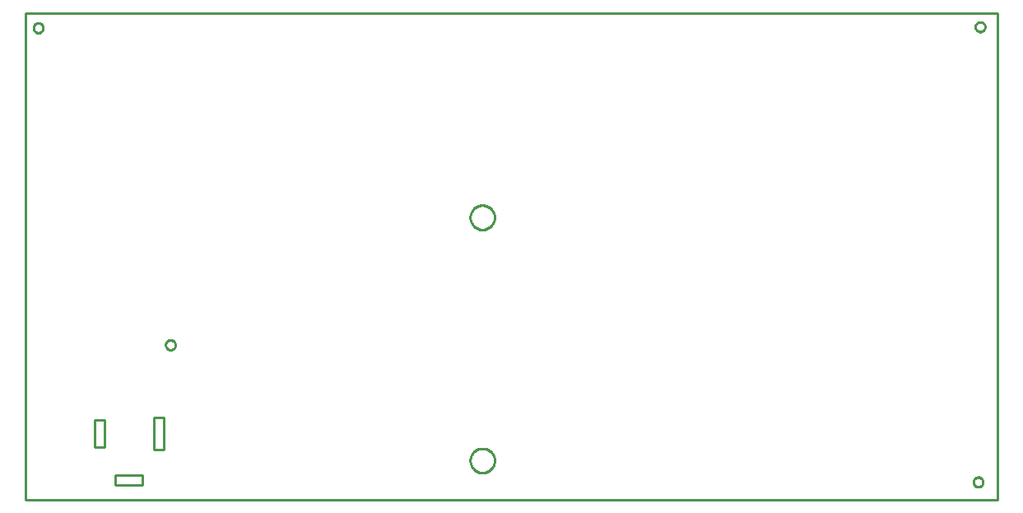
<source format=gbr>
G04 EAGLE Gerber RS-274X export*
G75*
%MOMM*%
%FSLAX34Y34*%
%LPD*%
%IN*%
%IPPOS*%
%AMOC8*
5,1,8,0,0,1.08239X$1,22.5*%
G01*
%ADD10C,0.254000*%


D10*
X0Y0D02*
X1000000Y0D01*
X1000000Y500000D01*
X0Y500000D01*
X0Y0D01*
X71300Y54200D02*
X81300Y54200D01*
X81300Y82200D01*
X71300Y82200D01*
X71300Y54200D01*
X132300Y51700D02*
X142300Y51700D01*
X142300Y84700D01*
X132300Y84700D01*
X132300Y51700D01*
X92300Y15200D02*
X120300Y15200D01*
X120300Y25200D01*
X92300Y25200D01*
X92300Y15200D01*
X985000Y17719D02*
X984937Y17161D01*
X984812Y16614D01*
X984627Y16084D01*
X984383Y15578D01*
X984084Y15102D01*
X983734Y14663D01*
X983337Y14266D01*
X982898Y13916D01*
X982422Y13617D01*
X981916Y13373D01*
X981386Y13188D01*
X980839Y13063D01*
X980281Y13000D01*
X979719Y13000D01*
X979161Y13063D01*
X978614Y13188D01*
X978084Y13373D01*
X977578Y13617D01*
X977102Y13916D01*
X976663Y14266D01*
X976266Y14663D01*
X975916Y15102D01*
X975617Y15578D01*
X975373Y16084D01*
X975188Y16614D01*
X975063Y17161D01*
X975000Y17719D01*
X975000Y18281D01*
X975063Y18839D01*
X975188Y19386D01*
X975373Y19916D01*
X975617Y20422D01*
X975916Y20898D01*
X976266Y21337D01*
X976663Y21734D01*
X977102Y22084D01*
X977578Y22383D01*
X978084Y22627D01*
X978614Y22812D01*
X979161Y22937D01*
X979719Y23000D01*
X980281Y23000D01*
X980839Y22937D01*
X981386Y22812D01*
X981916Y22627D01*
X982422Y22383D01*
X982898Y22084D01*
X983337Y21734D01*
X983734Y21337D01*
X984084Y20898D01*
X984383Y20422D01*
X984627Y19916D01*
X984812Y19386D01*
X984937Y18839D01*
X985000Y18281D01*
X985000Y17719D01*
X987000Y485719D02*
X986937Y485161D01*
X986812Y484614D01*
X986627Y484084D01*
X986383Y483578D01*
X986084Y483102D01*
X985734Y482663D01*
X985337Y482266D01*
X984898Y481916D01*
X984422Y481617D01*
X983916Y481373D01*
X983386Y481188D01*
X982839Y481063D01*
X982281Y481000D01*
X981719Y481000D01*
X981161Y481063D01*
X980614Y481188D01*
X980084Y481373D01*
X979578Y481617D01*
X979102Y481916D01*
X978663Y482266D01*
X978266Y482663D01*
X977916Y483102D01*
X977617Y483578D01*
X977373Y484084D01*
X977188Y484614D01*
X977063Y485161D01*
X977000Y485719D01*
X977000Y486281D01*
X977063Y486839D01*
X977188Y487386D01*
X977373Y487916D01*
X977617Y488422D01*
X977916Y488898D01*
X978266Y489337D01*
X978663Y489734D01*
X979102Y490084D01*
X979578Y490383D01*
X980084Y490627D01*
X980614Y490812D01*
X981161Y490937D01*
X981719Y491000D01*
X982281Y491000D01*
X982839Y490937D01*
X983386Y490812D01*
X983916Y490627D01*
X984422Y490383D01*
X984898Y490084D01*
X985337Y489734D01*
X985734Y489337D01*
X986084Y488898D01*
X986383Y488422D01*
X986627Y487916D01*
X986812Y487386D01*
X986937Y486839D01*
X987000Y486281D01*
X987000Y485719D01*
X18000Y484719D02*
X17937Y484161D01*
X17812Y483614D01*
X17627Y483084D01*
X17383Y482578D01*
X17084Y482102D01*
X16734Y481663D01*
X16337Y481266D01*
X15898Y480916D01*
X15422Y480617D01*
X14916Y480373D01*
X14386Y480188D01*
X13839Y480063D01*
X13281Y480000D01*
X12719Y480000D01*
X12161Y480063D01*
X11614Y480188D01*
X11084Y480373D01*
X10578Y480617D01*
X10102Y480916D01*
X9663Y481266D01*
X9266Y481663D01*
X8916Y482102D01*
X8617Y482578D01*
X8373Y483084D01*
X8188Y483614D01*
X8063Y484161D01*
X8000Y484719D01*
X8000Y485281D01*
X8063Y485839D01*
X8188Y486386D01*
X8373Y486916D01*
X8617Y487422D01*
X8916Y487898D01*
X9266Y488337D01*
X9663Y488734D01*
X10102Y489084D01*
X10578Y489383D01*
X11084Y489627D01*
X11614Y489812D01*
X12161Y489937D01*
X12719Y490000D01*
X13281Y490000D01*
X13839Y489937D01*
X14386Y489812D01*
X14916Y489627D01*
X15422Y489383D01*
X15898Y489084D01*
X16337Y488734D01*
X16734Y488337D01*
X17084Y487898D01*
X17383Y487422D01*
X17627Y486916D01*
X17812Y486386D01*
X17937Y485839D01*
X18000Y485281D01*
X18000Y484719D01*
X154000Y158719D02*
X153937Y158161D01*
X153812Y157614D01*
X153627Y157084D01*
X153383Y156578D01*
X153084Y156102D01*
X152734Y155663D01*
X152337Y155266D01*
X151898Y154916D01*
X151422Y154617D01*
X150916Y154373D01*
X150386Y154188D01*
X149839Y154063D01*
X149281Y154000D01*
X148719Y154000D01*
X148161Y154063D01*
X147614Y154188D01*
X147084Y154373D01*
X146578Y154617D01*
X146102Y154916D01*
X145663Y155266D01*
X145266Y155663D01*
X144916Y156102D01*
X144617Y156578D01*
X144373Y157084D01*
X144188Y157614D01*
X144063Y158161D01*
X144000Y158719D01*
X144000Y159281D01*
X144063Y159839D01*
X144188Y160386D01*
X144373Y160916D01*
X144617Y161422D01*
X144916Y161898D01*
X145266Y162337D01*
X145663Y162734D01*
X146102Y163084D01*
X146578Y163383D01*
X147084Y163627D01*
X147614Y163812D01*
X148161Y163937D01*
X148719Y164000D01*
X149281Y164000D01*
X149839Y163937D01*
X150386Y163812D01*
X150916Y163627D01*
X151422Y163383D01*
X151898Y163084D01*
X152337Y162734D01*
X152734Y162337D01*
X153084Y161898D01*
X153383Y161422D01*
X153627Y160916D01*
X153812Y160386D01*
X153937Y159839D01*
X154000Y159281D01*
X154000Y158719D01*
X482400Y289609D02*
X482323Y288630D01*
X482169Y287660D01*
X481940Y286704D01*
X481636Y285770D01*
X481261Y284863D01*
X480815Y283988D01*
X480301Y283150D01*
X479724Y282355D01*
X479086Y281608D01*
X478392Y280914D01*
X477645Y280276D01*
X476850Y279699D01*
X476012Y279185D01*
X475137Y278739D01*
X474230Y278364D01*
X473296Y278060D01*
X472341Y277831D01*
X471370Y277677D01*
X470391Y277600D01*
X469409Y277600D01*
X468430Y277677D01*
X467460Y277831D01*
X466504Y278060D01*
X465570Y278364D01*
X464663Y278739D01*
X463788Y279185D01*
X462950Y279699D01*
X462155Y280276D01*
X461408Y280914D01*
X460714Y281608D01*
X460076Y282355D01*
X459499Y283150D01*
X458985Y283988D01*
X458539Y284863D01*
X458164Y285770D01*
X457860Y286704D01*
X457631Y287660D01*
X457477Y288630D01*
X457400Y289609D01*
X457400Y290591D01*
X457477Y291570D01*
X457631Y292541D01*
X457860Y293496D01*
X458164Y294430D01*
X458539Y295337D01*
X458985Y296212D01*
X459499Y297050D01*
X460076Y297845D01*
X460714Y298592D01*
X461408Y299286D01*
X462155Y299924D01*
X462950Y300501D01*
X463788Y301015D01*
X464663Y301461D01*
X465570Y301836D01*
X466504Y302140D01*
X467460Y302369D01*
X468430Y302523D01*
X469409Y302600D01*
X470391Y302600D01*
X471370Y302523D01*
X472341Y302369D01*
X473296Y302140D01*
X474230Y301836D01*
X475137Y301461D01*
X476012Y301015D01*
X476850Y300501D01*
X477645Y299924D01*
X478392Y299286D01*
X479086Y298592D01*
X479724Y297845D01*
X480301Y297050D01*
X480815Y296212D01*
X481261Y295337D01*
X481636Y294430D01*
X481940Y293496D01*
X482169Y292541D01*
X482323Y291570D01*
X482400Y290591D01*
X482400Y289609D01*
X482400Y39609D02*
X482323Y38630D01*
X482169Y37660D01*
X481940Y36704D01*
X481636Y35770D01*
X481261Y34863D01*
X480815Y33988D01*
X480301Y33150D01*
X479724Y32355D01*
X479086Y31608D01*
X478392Y30914D01*
X477645Y30276D01*
X476850Y29699D01*
X476012Y29185D01*
X475137Y28739D01*
X474230Y28364D01*
X473296Y28060D01*
X472341Y27831D01*
X471370Y27677D01*
X470391Y27600D01*
X469409Y27600D01*
X468430Y27677D01*
X467460Y27831D01*
X466504Y28060D01*
X465570Y28364D01*
X464663Y28739D01*
X463788Y29185D01*
X462950Y29699D01*
X462155Y30276D01*
X461408Y30914D01*
X460714Y31608D01*
X460076Y32355D01*
X459499Y33150D01*
X458985Y33988D01*
X458539Y34863D01*
X458164Y35770D01*
X457860Y36704D01*
X457631Y37660D01*
X457477Y38630D01*
X457400Y39609D01*
X457400Y40591D01*
X457477Y41570D01*
X457631Y42541D01*
X457860Y43496D01*
X458164Y44430D01*
X458539Y45337D01*
X458985Y46212D01*
X459499Y47050D01*
X460076Y47845D01*
X460714Y48592D01*
X461408Y49286D01*
X462155Y49924D01*
X462950Y50501D01*
X463788Y51015D01*
X464663Y51461D01*
X465570Y51836D01*
X466504Y52140D01*
X467460Y52369D01*
X468430Y52523D01*
X469409Y52600D01*
X470391Y52600D01*
X471370Y52523D01*
X472341Y52369D01*
X473296Y52140D01*
X474230Y51836D01*
X475137Y51461D01*
X476012Y51015D01*
X476850Y50501D01*
X477645Y49924D01*
X478392Y49286D01*
X479086Y48592D01*
X479724Y47845D01*
X480301Y47050D01*
X480815Y46212D01*
X481261Y45337D01*
X481636Y44430D01*
X481940Y43496D01*
X482169Y42541D01*
X482323Y41570D01*
X482400Y40591D01*
X482400Y39609D01*
M02*

</source>
